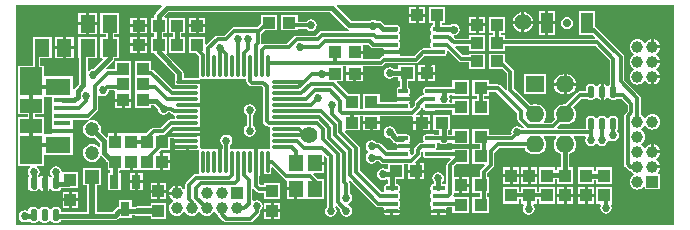
<source format=gtl>
G04 Layer_Physical_Order=1*
G04 Layer_Color=255*
%FSLAX23Y23*%
%MOIN*%
G70*
G01*
G75*
%ADD10R,0.039X0.043*%
%ADD11R,0.043X0.039*%
%ADD12R,0.051X0.059*%
%ADD13R,0.047X0.055*%
G04:AMPARAMS|DCode=14|XSize=12mil|YSize=71mil|CornerRadius=3mil|HoleSize=0mil|Usage=FLASHONLY|Rotation=90.000|XOffset=0mil|YOffset=0mil|HoleType=Round|Shape=RoundedRectangle|*
%AMROUNDEDRECTD14*
21,1,0.012,0.065,0,0,90.0*
21,1,0.006,0.071,0,0,90.0*
1,1,0.006,0.032,0.003*
1,1,0.006,0.032,-0.003*
1,1,0.006,-0.032,-0.003*
1,1,0.006,-0.032,0.003*
%
%ADD14ROUNDEDRECTD14*%
G04:AMPARAMS|DCode=15|XSize=12mil|YSize=71mil|CornerRadius=3mil|HoleSize=0mil|Usage=FLASHONLY|Rotation=0.000|XOffset=0mil|YOffset=0mil|HoleType=Round|Shape=RoundedRectangle|*
%AMROUNDEDRECTD15*
21,1,0.012,0.065,0,0,0.0*
21,1,0.006,0.071,0,0,0.0*
1,1,0.006,0.003,-0.032*
1,1,0.006,-0.003,-0.032*
1,1,0.006,-0.003,0.032*
1,1,0.006,0.003,0.032*
%
%ADD15ROUNDEDRECTD15*%
%ADD16R,0.039X0.067*%
G04:AMPARAMS|DCode=17|XSize=39mil|YSize=22mil|CornerRadius=5mil|HoleSize=0mil|Usage=FLASHONLY|Rotation=270.000|XOffset=0mil|YOffset=0mil|HoleType=Round|Shape=RoundedRectangle|*
%AMROUNDEDRECTD17*
21,1,0.039,0.011,0,0,270.0*
21,1,0.029,0.022,0,0,270.0*
1,1,0.011,-0.005,-0.014*
1,1,0.011,-0.005,0.014*
1,1,0.011,0.005,0.014*
1,1,0.011,0.005,-0.014*
%
%ADD17ROUNDEDRECTD17*%
%ADD18R,0.031X0.047*%
G04:AMPARAMS|DCode=19|XSize=16mil|YSize=41mil|CornerRadius=4mil|HoleSize=0mil|Usage=FLASHONLY|Rotation=90.000|XOffset=0mil|YOffset=0mil|HoleType=Round|Shape=RoundedRectangle|*
%AMROUNDEDRECTD19*
21,1,0.016,0.033,0,0,90.0*
21,1,0.008,0.041,0,0,90.0*
1,1,0.008,0.017,0.004*
1,1,0.008,0.017,-0.004*
1,1,0.008,-0.017,-0.004*
1,1,0.008,-0.017,0.004*
%
%ADD19ROUNDEDRECTD19*%
G04:AMPARAMS|DCode=20|XSize=16mil|YSize=33mil|CornerRadius=4mil|HoleSize=0mil|Usage=FLASHONLY|Rotation=90.000|XOffset=0mil|YOffset=0mil|HoleType=Round|Shape=RoundedRectangle|*
%AMROUNDEDRECTD20*
21,1,0.016,0.026,0,0,90.0*
21,1,0.008,0.033,0,0,90.0*
1,1,0.008,0.013,0.004*
1,1,0.008,0.013,-0.004*
1,1,0.008,-0.013,-0.004*
1,1,0.008,-0.013,0.004*
%
%ADD20ROUNDEDRECTD20*%
%ADD21R,0.083X0.058*%
%ADD22R,0.054X0.018*%
%ADD23R,0.075X0.046*%
%ADD24R,0.075X0.094*%
%ADD25C,0.016*%
%ADD26C,0.020*%
%ADD27C,0.012*%
%ADD28C,0.014*%
%ADD29C,0.008*%
%ADD30R,0.055X0.031*%
%ADD31R,0.016X0.039*%
%ADD32C,0.055*%
%ADD33C,0.047*%
%ADD34R,0.047X0.047*%
%ADD35O,0.062X0.055*%
%ADD36R,0.062X0.055*%
%ADD37C,0.039*%
%ADD38R,0.039X0.039*%
%ADD39R,0.039X0.039*%
%ADD40C,0.028*%
%ADD41C,0.027*%
%ADD42C,0.031*%
G36*
X2352Y850D02*
X161D01*
Y1582D01*
X644D01*
X646Y1577D01*
X625Y1556D01*
X622Y1552D01*
X621Y1546D01*
Y1539D01*
X608D01*
Y1487D01*
X621D01*
Y1475D01*
X608D01*
Y1423D01*
X621D01*
X622Y1418D01*
X625Y1414D01*
X690Y1349D01*
Y1333D01*
X690Y1333D01*
X689Y1329D01*
Y1323D01*
X690Y1320D01*
X691Y1316D01*
X690Y1313D01*
X689Y1312D01*
X731D01*
Y1302D01*
X687D01*
X687Y1301D01*
X681Y1301D01*
X618Y1364D01*
X614Y1366D01*
X611Y1367D01*
Y1395D01*
X556D01*
Y1348D01*
X556Y1343D01*
X556D01*
Y1343D01*
X556Y1343D01*
Y1291D01*
X556D01*
Y1291D01*
X556D01*
Y1239D01*
X611D01*
Y1249D01*
X619D01*
X632Y1236D01*
X634Y1228D01*
X638Y1222D01*
X644Y1218D01*
X652Y1216D01*
X660Y1218D01*
X666Y1222D01*
X667Y1224D01*
X672Y1224D01*
X677Y1219D01*
X677Y1219D01*
X681Y1217D01*
X685Y1216D01*
X685Y1216D01*
X689Y1211D01*
Y1205D01*
X685Y1201D01*
X675D01*
X671Y1200D01*
X667Y1197D01*
X667Y1197D01*
X643Y1173D01*
X618D01*
X618Y1173D01*
X613Y1172D01*
X609Y1170D01*
X609Y1170D01*
X594Y1154D01*
X569D01*
Y1154D01*
X569Y1154D01*
X569Y1154D01*
X522D01*
X517Y1154D01*
X512Y1154D01*
X496D01*
Y1126D01*
X486D01*
Y1154D01*
X465D01*
Y1143D01*
X460Y1140D01*
X442Y1159D01*
X442Y1160D01*
X443Y1168D01*
X442Y1175D01*
X439Y1183D01*
X434Y1189D01*
X428Y1194D01*
X421Y1197D01*
X413Y1198D01*
X405Y1197D01*
X398Y1194D01*
X392Y1189D01*
X387Y1183D01*
X384Y1175D01*
X383Y1168D01*
X384Y1160D01*
X387Y1153D01*
X392Y1147D01*
X398Y1142D01*
X405Y1139D01*
X413Y1138D01*
X421Y1139D01*
X422Y1139D01*
X440Y1121D01*
Y1111D01*
X435Y1109D01*
X434Y1110D01*
X428Y1115D01*
X421Y1118D01*
X413Y1119D01*
X405Y1118D01*
X398Y1115D01*
X392Y1110D01*
X387Y1104D01*
X384Y1097D01*
X383Y1089D01*
X384Y1081D01*
X387Y1074D01*
X392Y1068D01*
X398Y1063D01*
X405Y1060D01*
X413Y1059D01*
X421Y1060D01*
X428Y1063D01*
X434Y1068D01*
X439Y1074D01*
X440Y1076D01*
X441Y1077D01*
X446Y1077D01*
X460Y1063D01*
X464Y1060D01*
X465Y1060D01*
Y1032D01*
X473D01*
Y1023D01*
X465D01*
Y964D01*
X508D01*
Y1023D01*
X502D01*
Y1028D01*
X505Y1032D01*
X517Y1032D01*
X522Y1032D01*
X538D01*
Y1060D01*
X548D01*
Y1032D01*
X564D01*
X569Y1032D01*
X574Y1032D01*
X641D01*
Y1060D01*
Y1087D01*
X639D01*
X637Y1092D01*
X644Y1099D01*
X672D01*
Y1137D01*
X685D01*
X687Y1134D01*
X731D01*
Y1124D01*
X689D01*
X690Y1123D01*
X691Y1120D01*
X690Y1116D01*
X689Y1115D01*
X731D01*
Y1110D01*
X736D01*
Y1098D01*
X763D01*
X766Y1098D01*
X769Y1097D01*
X770Y1094D01*
X770Y1091D01*
Y1026D01*
X770Y1023D01*
X770Y1022D01*
X767Y1018D01*
X760D01*
X755Y1017D01*
X751Y1015D01*
X751Y1015D01*
X726Y990D01*
X724Y986D01*
X723Y981D01*
X723Y981D01*
Y968D01*
X718Y967D01*
X717Y968D01*
X713Y973D01*
X708Y977D01*
X702Y980D01*
X700Y980D01*
Y955D01*
X695D01*
Y950D01*
X670D01*
X670Y948D01*
X673Y942D01*
X677Y937D01*
X682Y933D01*
X682Y930D01*
Y930D01*
X682Y927D01*
X677Y923D01*
X673Y918D01*
X670Y912D01*
X669Y905D01*
X670Y898D01*
X673Y892D01*
X677Y887D01*
X682Y883D01*
X688Y880D01*
X695Y879D01*
X702Y880D01*
X708Y883D01*
X713Y887D01*
X717Y892D01*
X720Y892D01*
X720D01*
X723Y892D01*
X727Y887D01*
X732Y883D01*
X738Y880D01*
X745Y879D01*
X752Y880D01*
X758Y883D01*
X763Y887D01*
X767Y892D01*
X770Y892D01*
X770D01*
X773Y892D01*
X777Y887D01*
X782Y883D01*
X788Y880D01*
X795Y879D01*
X802Y880D01*
X808Y883D01*
X813Y887D01*
X817Y892D01*
X820Y892D01*
X820D01*
X823Y892D01*
X827Y887D01*
X832Y883D01*
X833Y882D01*
X834Y880D01*
X836Y876D01*
X851Y861D01*
X855Y859D01*
X860Y858D01*
X860Y858D01*
X940D01*
X940Y858D01*
X945Y859D01*
X949Y861D01*
X971Y883D01*
X973Y887D01*
X974Y892D01*
X974Y892D01*
Y897D01*
X976Y898D01*
X980Y904D01*
X982Y912D01*
X980Y920D01*
X976Y926D01*
X970Y930D01*
X962Y932D01*
X954Y930D01*
X952Y929D01*
X947Y932D01*
Y967D01*
X952Y969D01*
X962Y960D01*
X966Y957D01*
X970Y956D01*
X970Y956D01*
X987D01*
Y935D01*
X1039D01*
Y990D01*
X987D01*
Y981D01*
X975D01*
X971Y985D01*
Y1013D01*
X974Y1015D01*
Y1059D01*
X984D01*
Y1017D01*
X985Y1018D01*
X988Y1019D01*
X992Y1018D01*
X995Y1017D01*
X1001D01*
X1005Y1018D01*
X1008Y1020D01*
X1010Y1023D01*
X1010Y1026D01*
Y1039D01*
X1015Y1041D01*
X1053Y1003D01*
X1057Y1001D01*
X1061Y1000D01*
X1063Y995D01*
Y974D01*
X1092D01*
Y969D01*
X1097D01*
Y935D01*
X1122D01*
Y935D01*
X1126D01*
Y935D01*
X1185D01*
Y1002D01*
X1165D01*
X1164Y1003D01*
X1164Y1003D01*
X1151Y1017D01*
X1153Y1022D01*
X1185D01*
Y1050D01*
X1155D01*
Y1060D01*
X1185D01*
Y1078D01*
X1189Y1080D01*
X1197Y1073D01*
Y910D01*
X1195Y909D01*
X1191Y903D01*
X1189Y895D01*
X1191Y887D01*
X1195Y881D01*
X1201Y877D01*
X1209Y875D01*
X1217Y877D01*
X1223Y881D01*
X1227Y887D01*
X1229Y895D01*
X1227Y903D01*
X1224Y908D01*
X1228Y911D01*
X1241Y898D01*
X1240Y896D01*
X1242Y888D01*
X1246Y882D01*
X1252Y878D01*
X1260Y876D01*
X1268Y878D01*
X1274Y882D01*
X1278Y888D01*
X1280Y896D01*
X1278Y904D01*
X1274Y910D01*
X1268Y914D01*
X1265Y915D01*
Y920D01*
X1269Y921D01*
X1275Y925D01*
X1279Y931D01*
X1281Y939D01*
X1279Y947D01*
X1275Y953D01*
X1273Y954D01*
Y984D01*
X1272Y989D01*
X1270Y993D01*
X1270Y993D01*
X1268Y994D01*
X1268Y994D01*
X1274Y996D01*
X1358Y912D01*
X1358Y912D01*
X1362Y909D01*
X1367Y908D01*
X1367Y908D01*
X1384D01*
X1387Y903D01*
X1386Y902D01*
X1386Y900D01*
X1439D01*
X1438Y902D01*
X1436Y906D01*
Y909D01*
X1438Y912D01*
X1439Y916D01*
Y924D01*
X1438Y928D01*
X1436Y931D01*
Y935D01*
X1438Y938D01*
X1439Y942D01*
Y950D01*
X1438Y954D01*
X1437Y955D01*
X1437Y959D01*
X1437Y962D01*
X1438Y964D01*
X1439Y967D01*
Y975D01*
X1438Y979D01*
X1436Y982D01*
X1433Y985D01*
X1429Y985D01*
X1426D01*
Y1002D01*
X1454D01*
Y1051D01*
X1466D01*
Y1033D01*
X1521D01*
Y1054D01*
X1492D01*
X1490Y1059D01*
X1506Y1075D01*
X1506Y1075D01*
X1509Y1079D01*
X1510Y1084D01*
Y1091D01*
X1514Y1094D01*
X1516Y1090D01*
X1516Y1089D01*
Y1081D01*
X1517Y1078D01*
X1519Y1074D01*
X1523Y1072D01*
X1526Y1071D01*
X1552D01*
X1556Y1072D01*
X1557Y1073D01*
X1607D01*
X1609Y1068D01*
X1597Y1056D01*
X1595Y1052D01*
X1594Y1047D01*
X1594Y1047D01*
Y987D01*
X1589Y984D01*
X1588Y985D01*
X1584Y985D01*
X1581D01*
Y991D01*
X1585Y997D01*
X1587Y1005D01*
X1585Y1013D01*
X1581Y1019D01*
X1575Y1023D01*
X1567Y1025D01*
X1559Y1023D01*
X1553Y1019D01*
X1549Y1013D01*
X1547Y1005D01*
X1549Y997D01*
X1553Y991D01*
Y985D01*
X1551D01*
X1547Y985D01*
X1544Y982D01*
X1542Y979D01*
X1541Y975D01*
Y967D01*
X1542Y964D01*
X1544Y960D01*
Y957D01*
X1542Y954D01*
X1541Y950D01*
Y942D01*
X1542Y938D01*
X1544Y935D01*
Y931D01*
X1542Y928D01*
X1541Y924D01*
Y916D01*
X1542Y912D01*
X1543Y911D01*
X1543Y907D01*
X1543Y904D01*
X1542Y902D01*
X1541Y900D01*
X1594D01*
X1594Y902D01*
X1593Y903D01*
X1596Y908D01*
X1614D01*
Y890D01*
X1669D01*
Y942D01*
X1620D01*
X1617Y947D01*
X1617Y947D01*
X1618Y952D01*
X1621Y955D01*
X1637D01*
Y981D01*
Y1007D01*
X1618D01*
Y1042D01*
X1627Y1051D01*
X1669D01*
Y1103D01*
X1614D01*
Y1097D01*
X1564D01*
X1561Y1102D01*
X1561Y1103D01*
X1562Y1107D01*
Y1115D01*
X1562Y1118D01*
X1562Y1119D01*
X1564Y1123D01*
X1570D01*
X1571Y1122D01*
X1577Y1118D01*
X1585Y1117D01*
X1593Y1118D01*
X1599Y1122D01*
X1600Y1123D01*
X1614D01*
Y1117D01*
X1669D01*
Y1169D01*
X1614D01*
Y1150D01*
X1600D01*
X1599Y1150D01*
Y1164D01*
X1606D01*
Y1216D01*
X1551D01*
Y1164D01*
X1571D01*
Y1150D01*
X1570Y1150D01*
X1556D01*
X1556Y1150D01*
X1552Y1151D01*
X1526D01*
X1523Y1150D01*
X1519Y1148D01*
X1517Y1144D01*
X1516Y1141D01*
Y1133D01*
X1517Y1129D01*
X1518Y1128D01*
X1515Y1123D01*
X1509D01*
X1509Y1123D01*
X1504Y1122D01*
X1500Y1119D01*
X1489Y1108D01*
X1486Y1104D01*
X1486Y1100D01*
X1486Y1100D01*
Y1089D01*
X1479Y1082D01*
X1474Y1084D01*
Y1089D01*
X1473Y1093D01*
X1471Y1097D01*
Y1100D01*
X1473Y1103D01*
X1473Y1106D01*
X1428D01*
X1429Y1103D01*
X1429Y1102D01*
X1426Y1097D01*
X1398D01*
X1376Y1120D01*
X1372Y1122D01*
X1367Y1123D01*
X1367Y1123D01*
X1360D01*
X1359Y1125D01*
X1353Y1129D01*
X1345Y1131D01*
X1337Y1129D01*
X1331Y1125D01*
X1327Y1119D01*
X1325Y1111D01*
X1327Y1103D01*
X1331Y1097D01*
X1334Y1095D01*
Y1089D01*
X1331Y1087D01*
X1327Y1081D01*
X1325Y1073D01*
X1327Y1065D01*
X1331Y1059D01*
X1337Y1055D01*
X1345Y1053D01*
X1353Y1055D01*
X1359Y1059D01*
X1360Y1061D01*
X1368D01*
X1374Y1054D01*
X1374Y1054D01*
X1378Y1052D01*
X1383Y1051D01*
X1399D01*
Y1036D01*
X1394Y1034D01*
X1390Y1036D01*
X1382Y1038D01*
X1374Y1036D01*
X1368Y1032D01*
X1364Y1026D01*
X1362Y1018D01*
X1364Y1010D01*
X1368Y1004D01*
X1374Y1000D01*
X1382Y998D01*
X1390Y1000D01*
X1393Y1002D01*
X1398Y999D01*
Y985D01*
X1396D01*
X1392Y985D01*
X1388Y982D01*
X1386Y979D01*
X1385Y975D01*
Y967D01*
X1386Y964D01*
X1387Y963D01*
X1384Y958D01*
X1378D01*
X1306Y1030D01*
Y1104D01*
X1305Y1109D01*
X1303Y1113D01*
X1303Y1113D01*
X1256Y1159D01*
X1258Y1164D01*
X1305D01*
Y1211D01*
X1317D01*
Y1195D01*
X1372D01*
Y1211D01*
X1480D01*
X1480Y1211D01*
X1480Y1211D01*
X1484Y1208D01*
Y1195D01*
X1507D01*
Y1216D01*
X1496D01*
X1494Y1220D01*
X1509Y1235D01*
X1509Y1235D01*
X1511Y1238D01*
X1511Y1240D01*
X1516Y1240D01*
X1517Y1236D01*
X1519Y1233D01*
X1523Y1231D01*
X1526Y1230D01*
X1552D01*
X1556Y1231D01*
X1558Y1232D01*
X1614D01*
Y1215D01*
X1669D01*
Y1267D01*
X1614D01*
Y1256D01*
X1605D01*
X1602Y1261D01*
X1603Y1262D01*
X1605Y1270D01*
X1603Y1277D01*
X1604Y1278D01*
X1606Y1282D01*
X1614D01*
Y1280D01*
X1669D01*
Y1332D01*
X1614D01*
Y1308D01*
X1556D01*
X1556Y1309D01*
X1552Y1309D01*
X1526D01*
X1523Y1309D01*
X1519Y1306D01*
X1517Y1303D01*
X1516Y1299D01*
Y1291D01*
X1517Y1287D01*
X1518Y1287D01*
X1518Y1286D01*
X1515Y1281D01*
X1513Y1281D01*
X1509Y1278D01*
X1509Y1278D01*
X1491Y1261D01*
X1489Y1257D01*
X1488Y1252D01*
X1488Y1252D01*
Y1248D01*
X1478Y1239D01*
X1476Y1240D01*
X1474Y1241D01*
Y1248D01*
X1473Y1252D01*
X1471Y1255D01*
Y1259D01*
X1473Y1262D01*
X1473Y1265D01*
X1428D01*
X1428Y1262D01*
X1428Y1262D01*
X1426Y1257D01*
X1372D01*
Y1284D01*
X1317D01*
Y1235D01*
X1305D01*
Y1284D01*
X1268D01*
X1229Y1323D01*
X1231Y1327D01*
X1249D01*
Y1377D01*
X1261D01*
Y1358D01*
X1316D01*
Y1377D01*
X1375D01*
X1375Y1377D01*
X1380Y1378D01*
X1384Y1381D01*
X1390Y1388D01*
X1492D01*
X1492Y1388D01*
X1497Y1389D01*
X1501Y1391D01*
X1522Y1412D01*
X1545D01*
X1547Y1411D01*
X1551Y1411D01*
X1584D01*
X1588Y1411D01*
X1592Y1414D01*
X1594Y1417D01*
X1595Y1421D01*
Y1428D01*
X1596Y1429D01*
X1599Y1431D01*
X1635Y1394D01*
X1635Y1394D01*
X1639Y1392D01*
X1644Y1391D01*
X1669D01*
Y1368D01*
X1724D01*
Y1420D01*
X1669D01*
Y1415D01*
X1649D01*
X1623Y1441D01*
X1625Y1446D01*
X1669D01*
Y1429D01*
X1724D01*
Y1481D01*
X1669D01*
Y1470D01*
X1624D01*
X1619Y1475D01*
X1621Y1481D01*
X1626Y1482D01*
X1632Y1486D01*
X1636Y1492D01*
X1638Y1500D01*
X1636Y1508D01*
X1632Y1514D01*
X1626Y1518D01*
X1618Y1520D01*
X1610Y1518D01*
X1606Y1516D01*
X1578D01*
Y1522D01*
X1591D01*
Y1574D01*
X1536D01*
Y1522D01*
X1550D01*
Y1515D01*
X1547Y1515D01*
X1544Y1512D01*
X1542Y1509D01*
X1541Y1505D01*
Y1497D01*
X1542Y1494D01*
X1544Y1490D01*
Y1487D01*
X1542Y1484D01*
X1541Y1480D01*
Y1472D01*
X1542Y1468D01*
X1544Y1465D01*
Y1461D01*
X1542Y1458D01*
X1541Y1454D01*
Y1446D01*
X1542Y1442D01*
X1542Y1442D01*
X1539Y1437D01*
X1517D01*
X1517Y1437D01*
X1512Y1436D01*
X1508Y1433D01*
X1487Y1412D01*
X1441D01*
X1438Y1417D01*
X1438Y1417D01*
X1439Y1420D01*
X1386D01*
X1386Y1417D01*
X1386Y1416D01*
X1384Y1412D01*
X1381Y1411D01*
X1377Y1409D01*
X1377Y1409D01*
X1370Y1402D01*
X1316D01*
Y1420D01*
X1288D01*
Y1430D01*
X1316D01*
Y1450D01*
X1334D01*
X1342Y1442D01*
X1342Y1442D01*
X1346Y1439D01*
X1351Y1438D01*
X1351Y1438D01*
X1384D01*
X1387Y1433D01*
X1386Y1432D01*
X1386Y1430D01*
X1439D01*
X1438Y1432D01*
X1436Y1436D01*
Y1439D01*
X1438Y1442D01*
X1439Y1446D01*
Y1454D01*
X1438Y1458D01*
X1436Y1461D01*
Y1465D01*
X1438Y1468D01*
X1439Y1472D01*
Y1480D01*
X1438Y1484D01*
X1436Y1487D01*
Y1490D01*
X1438Y1494D01*
X1439Y1497D01*
Y1505D01*
X1438Y1509D01*
X1436Y1512D01*
X1433Y1515D01*
X1429Y1515D01*
X1423D01*
X1423Y1516D01*
X1389D01*
X1381Y1524D01*
X1376Y1527D01*
X1371Y1528D01*
X1362D01*
X1358Y1531D01*
X1350Y1533D01*
X1342Y1531D01*
X1338Y1528D01*
X1277D01*
X1228Y1577D01*
X1230Y1582D01*
X2352D01*
Y850D01*
D02*
G37*
G36*
X927Y1330D02*
X927Y1330D01*
X928Y1325D01*
X931Y1321D01*
X937Y1314D01*
X937Y1314D01*
X941Y1312D01*
X946Y1311D01*
X978D01*
X983Y1306D01*
Y1195D01*
X983Y1195D01*
X984Y1190D01*
X986Y1186D01*
X993Y1180D01*
X993Y1180D01*
X997Y1177D01*
X1002Y1176D01*
X1005D01*
Y1103D01*
X964D01*
Y1059D01*
X954D01*
Y1103D01*
X873D01*
Y1115D01*
X875Y1116D01*
X879Y1122D01*
X880Y1130D01*
X879Y1138D01*
X875Y1144D01*
X868Y1148D01*
X860Y1150D01*
X853Y1148D01*
X846Y1144D01*
X842Y1138D01*
X841Y1130D01*
X842Y1122D01*
X846Y1116D01*
X848Y1115D01*
Y1103D01*
X846D01*
Y1059D01*
X836D01*
Y1103D01*
X775D01*
X772Y1107D01*
Y1113D01*
X772Y1113D01*
Y1126D01*
X772Y1126D01*
Y1132D01*
X772Y1133D01*
Y1144D01*
X731D01*
Y1154D01*
X772D01*
Y1164D01*
X731D01*
Y1174D01*
X772D01*
Y1185D01*
X772Y1186D01*
Y1191D01*
X772Y1192D01*
Y1205D01*
X772Y1205D01*
Y1211D01*
X772Y1212D01*
Y1224D01*
X772Y1225D01*
Y1231D01*
X772Y1231D01*
Y1243D01*
X731D01*
Y1253D01*
X772D01*
Y1264D01*
X772Y1264D01*
Y1270D01*
X772Y1271D01*
Y1283D01*
X772Y1284D01*
Y1290D01*
X772Y1290D01*
Y1303D01*
X772Y1304D01*
Y1310D01*
X772Y1310D01*
Y1321D01*
X731D01*
Y1331D01*
X772D01*
Y1335D01*
X927D01*
Y1330D01*
D02*
G37*
G36*
X1261Y1504D02*
X1266Y1501D01*
X1270Y1500D01*
X1269Y1495D01*
X1180D01*
X1180Y1495D01*
X1175Y1494D01*
X1171Y1492D01*
X1160Y1480D01*
X1096D01*
X1096Y1480D01*
X1091Y1479D01*
X1087Y1477D01*
X1087Y1477D01*
X1064Y1453D01*
X988D01*
X988Y1453D01*
X983Y1452D01*
X981Y1451D01*
X980Y1451D01*
X977Y1454D01*
X977Y1456D01*
X977Y1456D01*
Y1486D01*
X988Y1497D01*
X1031D01*
Y1549D01*
X976D01*
Y1519D01*
X964Y1508D01*
X886D01*
X882Y1507D01*
X878Y1504D01*
X878Y1504D01*
X854Y1480D01*
X832D01*
X832Y1480D01*
X827Y1479D01*
X823Y1477D01*
X823Y1477D01*
X796Y1449D01*
X791Y1451D01*
Y1475D01*
X736D01*
Y1423D01*
X758D01*
X770Y1411D01*
Y1377D01*
X770Y1377D01*
Y1345D01*
X770Y1342D01*
X768Y1340D01*
X767Y1340D01*
X767Y1339D01*
X766Y1338D01*
X731D01*
X730Y1338D01*
X718D01*
Y1355D01*
X717Y1360D01*
X714Y1365D01*
X660Y1419D01*
X662Y1423D01*
X663D01*
Y1475D01*
X650D01*
Y1487D01*
X663D01*
Y1539D01*
X655D01*
X653Y1544D01*
X668Y1559D01*
X1206D01*
X1261Y1504D01*
D02*
G37*
%LPC*%
G36*
X583Y1023D02*
X566D01*
Y998D01*
X583D01*
Y1023D01*
D02*
G37*
G36*
X1488Y1023D02*
X1466D01*
Y1002D01*
X1488D01*
Y1023D01*
D02*
G37*
G36*
X1805Y1041D02*
X1784D01*
Y1018D01*
X1805D01*
Y1041D01*
D02*
G37*
G36*
X292Y1045D02*
X285Y1043D01*
X278Y1039D01*
X274Y1033D01*
X273Y1025D01*
X274Y1017D01*
X278Y1011D01*
X278Y1011D01*
X276Y1008D01*
X270Y1008D01*
X269Y1011D01*
X265Y1013D01*
X260Y1014D01*
X260D01*
Y988D01*
Y962D01*
X260D01*
X265Y963D01*
X269Y966D01*
X271Y969D01*
X271Y969D01*
X276Y969D01*
X276Y969D01*
X279Y966D01*
X283Y963D01*
X287Y962D01*
X298D01*
X302Y963D01*
X306Y966D01*
X309Y969D01*
X309Y972D01*
X315D01*
Y971D01*
X367D01*
Y1026D01*
X315D01*
X311Y1029D01*
X311Y1033D01*
X306Y1039D01*
X300Y1043D01*
X292Y1045D01*
D02*
G37*
G36*
X1521Y1023D02*
X1498D01*
Y1002D01*
X1521D01*
Y1023D01*
D02*
G37*
G36*
X556Y1023D02*
X540D01*
Y998D01*
X556D01*
Y1023D01*
D02*
G37*
G36*
X1805Y1008D02*
X1784D01*
Y986D01*
X1805D01*
Y1008D01*
D02*
G37*
G36*
X660Y989D02*
X639D01*
Y966D01*
X660D01*
Y989D01*
D02*
G37*
G36*
X629D02*
X608D01*
Y966D01*
X629D01*
Y989D01*
D02*
G37*
G36*
X1836Y1008D02*
X1815D01*
Y986D01*
X1836D01*
Y1008D01*
D02*
G37*
G36*
X1669Y1007D02*
X1647D01*
Y986D01*
X1669D01*
Y1007D01*
D02*
G37*
G36*
X1896Y1008D02*
X1875D01*
Y986D01*
X1896D01*
Y1008D01*
D02*
G37*
G36*
X1865D02*
X1844D01*
Y986D01*
X1865D01*
Y1008D01*
D02*
G37*
G36*
X1339Y1185D02*
X1317D01*
Y1164D01*
X1339D01*
Y1185D01*
D02*
G37*
G36*
X938Y1252D02*
X930Y1250D01*
X924Y1246D01*
X920Y1240D01*
X918Y1232D01*
X920Y1224D01*
X924Y1218D01*
X928Y1215D01*
Y1180D01*
X924Y1177D01*
X920Y1171D01*
X918Y1163D01*
X920Y1155D01*
X924Y1149D01*
X930Y1145D01*
X938Y1143D01*
X946Y1145D01*
X952Y1149D01*
X956Y1155D01*
X958Y1163D01*
X956Y1171D01*
X952Y1177D01*
X948Y1180D01*
Y1215D01*
X952Y1218D01*
X956Y1224D01*
X958Y1232D01*
X956Y1240D01*
X952Y1246D01*
X946Y1250D01*
X938Y1252D01*
D02*
G37*
G36*
X1405Y1178D02*
X1397Y1176D01*
X1391Y1172D01*
X1387Y1166D01*
X1385Y1158D01*
X1387Y1150D01*
X1391Y1144D01*
X1397Y1140D01*
X1405Y1138D01*
X1417Y1126D01*
X1421Y1123D01*
X1425Y1123D01*
X1426Y1121D01*
X1428Y1119D01*
X1428Y1117D01*
X1428Y1116D01*
X1473D01*
X1473Y1119D01*
X1472Y1120D01*
X1471Y1124D01*
X1472Y1127D01*
X1473Y1129D01*
X1474Y1133D01*
Y1141D01*
X1473Y1144D01*
X1471Y1148D01*
X1467Y1150D01*
X1464Y1151D01*
X1438D01*
X1437Y1151D01*
X1432D01*
X1425Y1158D01*
X1423Y1166D01*
X1419Y1172D01*
X1413Y1176D01*
X1405Y1178D01*
D02*
G37*
G36*
X1372Y1185D02*
X1349D01*
Y1164D01*
X1372D01*
Y1185D01*
D02*
G37*
G36*
X1539Y1216D02*
X1517D01*
Y1195D01*
X1539D01*
Y1216D01*
D02*
G37*
G36*
Y1185D02*
X1517D01*
Y1164D01*
X1539D01*
Y1185D01*
D02*
G37*
G36*
X1507D02*
X1484D01*
Y1164D01*
X1507D01*
Y1185D01*
D02*
G37*
G36*
X726Y1105D02*
X689D01*
X690Y1103D01*
X692Y1100D01*
X695Y1098D01*
X698Y1098D01*
X726D01*
Y1105D01*
D02*
G37*
G36*
X1896Y1041D02*
X1875D01*
Y1018D01*
X1896D01*
Y1041D01*
D02*
G37*
G36*
X1865D02*
X1844D01*
Y1018D01*
X1865D01*
Y1041D01*
D02*
G37*
G36*
X1836Y1041D02*
X1815D01*
Y1018D01*
X1836D01*
Y1041D01*
D02*
G37*
G36*
X2146Y1041D02*
X2094D01*
Y1028D01*
X2086D01*
Y1041D01*
X2034D01*
Y986D01*
X2086D01*
Y999D01*
X2094D01*
Y986D01*
X2146D01*
Y1041D01*
D02*
G37*
G36*
X2286Y1118D02*
Y1097D01*
X2306D01*
X2306Y1099D01*
X2303Y1105D01*
X2299Y1111D01*
X2294Y1115D01*
X2287Y1117D01*
X2286Y1118D01*
D02*
G37*
G36*
X672Y1087D02*
X651D01*
Y1065D01*
X672D01*
Y1087D01*
D02*
G37*
G36*
Y1055D02*
X651D01*
Y1032D01*
X672D01*
Y1055D01*
D02*
G37*
G36*
X336Y927D02*
X315D01*
Y904D01*
X336D01*
Y927D01*
D02*
G37*
G36*
X1039Y923D02*
X1018D01*
Y901D01*
X1039D01*
Y923D01*
D02*
G37*
G36*
X1008D02*
X987D01*
Y901D01*
X1008D01*
Y923D01*
D02*
G37*
G36*
X367Y927D02*
X346D01*
Y904D01*
X367D01*
Y927D01*
D02*
G37*
G36*
X1985Y942D02*
X1964D01*
Y919D01*
X1985D01*
Y942D01*
D02*
G37*
G36*
X2086Y942D02*
X2065D01*
Y919D01*
X2086D01*
Y942D01*
D02*
G37*
G36*
X2055D02*
X2034D01*
Y919D01*
X2055D01*
Y942D01*
D02*
G37*
G36*
X443Y1040D02*
X383D01*
Y981D01*
X397D01*
Y893D01*
X309D01*
Y896D01*
X309Y901D01*
X306Y904D01*
X302Y907D01*
X298Y908D01*
X287D01*
X283Y907D01*
X279Y904D01*
X276Y901D01*
X276Y901D01*
X271Y901D01*
X271Y901D01*
X269Y904D01*
X265Y907D01*
X260Y908D01*
X250D01*
X245Y907D01*
X241Y904D01*
X239Y901D01*
X239Y901D01*
X234D01*
X234Y901D01*
X231Y904D01*
X227Y907D01*
X223Y908D01*
X212D01*
X208Y907D01*
X204Y904D01*
X201Y901D01*
X201Y899D01*
X196Y896D01*
X196Y896D01*
X188Y898D01*
X180Y896D01*
X174Y892D01*
X170Y886D01*
X168Y878D01*
X170Y870D01*
X174Y864D01*
X180Y860D01*
X188Y858D01*
X196Y860D01*
X201Y863D01*
X201Y863D01*
X204Y859D01*
X208Y857D01*
X212Y856D01*
X223D01*
X227Y857D01*
X231Y859D01*
X234Y863D01*
X234Y863D01*
X239D01*
X239Y863D01*
X241Y859D01*
X245Y857D01*
X250Y856D01*
X260D01*
X265Y857D01*
X269Y859D01*
X271Y863D01*
X271Y863D01*
X276Y863D01*
X276Y863D01*
X279Y859D01*
X283Y857D01*
X287Y856D01*
X298D01*
X302Y857D01*
X306Y859D01*
X309Y863D01*
X309Y865D01*
X488D01*
X494Y866D01*
X498Y869D01*
X502Y873D01*
X546D01*
Y881D01*
X557D01*
X558Y880D01*
X564Y879D01*
X608D01*
Y867D01*
X660D01*
Y922D01*
X608D01*
Y911D01*
X564D01*
X558Y910D01*
X557Y909D01*
X546D01*
Y932D01*
X502D01*
Y909D01*
X499Y908D01*
X494Y905D01*
X482Y893D01*
X429D01*
Y981D01*
X443D01*
Y1040D01*
D02*
G37*
G36*
X1407Y890D02*
X1386D01*
X1386Y887D01*
X1388Y884D01*
X1392Y881D01*
X1396Y881D01*
X1407D01*
Y890D01*
D02*
G37*
G36*
X1039Y891D02*
X1018D01*
Y868D01*
X1039D01*
Y891D01*
D02*
G37*
G36*
X1008D02*
X987D01*
Y868D01*
X1008D01*
Y891D01*
D02*
G37*
G36*
X1439Y890D02*
X1417D01*
Y881D01*
X1429D01*
X1433Y881D01*
X1436Y884D01*
X1438Y887D01*
X1439Y890D01*
D02*
G37*
G36*
X2146Y974D02*
X2094D01*
Y919D01*
X2107D01*
X2109Y914D01*
X2108Y913D01*
X2106Y905D01*
X2108Y897D01*
X2112Y891D01*
X2118Y887D01*
X2126Y885D01*
X2134Y887D01*
X2140Y891D01*
X2144Y897D01*
X2146Y905D01*
X2144Y913D01*
X2143Y914D01*
X2145Y919D01*
X2146D01*
Y974D01*
D02*
G37*
G36*
X1594Y890D02*
X1573D01*
Y881D01*
X1584D01*
X1588Y881D01*
X1592Y884D01*
X1594Y887D01*
X1594Y890D01*
D02*
G37*
G36*
X1563D02*
X1541D01*
X1542Y887D01*
X1544Y884D01*
X1547Y881D01*
X1551Y881D01*
X1563D01*
Y890D01*
D02*
G37*
G36*
X1669Y976D02*
X1647D01*
Y955D01*
X1669D01*
Y976D01*
D02*
G37*
G36*
X2016Y974D02*
X1995D01*
Y952D01*
X2016D01*
Y974D01*
D02*
G37*
G36*
X1985D02*
X1964D01*
Y952D01*
X1985D01*
Y974D01*
D02*
G37*
G36*
X1956Y974D02*
X1904D01*
Y959D01*
X1896D01*
Y974D01*
X1844D01*
Y959D01*
X1836D01*
Y974D01*
X1784D01*
Y919D01*
X1836D01*
Y934D01*
X1844D01*
Y919D01*
X1849D01*
X1852Y914D01*
X1850Y911D01*
X1848Y903D01*
X1850Y895D01*
X1854Y889D01*
X1860Y885D01*
X1868Y883D01*
X1876Y885D01*
X1882Y889D01*
X1886Y895D01*
X1888Y903D01*
X1886Y911D01*
X1884Y914D01*
X1887Y919D01*
X1896D01*
Y934D01*
X1904D01*
Y919D01*
X1956D01*
Y974D01*
D02*
G37*
G36*
X583Y988D02*
X566D01*
Y964D01*
X583D01*
Y988D01*
D02*
G37*
G36*
X556D02*
X540D01*
Y964D01*
X556D01*
Y988D01*
D02*
G37*
G36*
X690Y980D02*
X688Y980D01*
X682Y977D01*
X677Y973D01*
X673Y968D01*
X670Y962D01*
X670Y960D01*
X690D01*
Y980D01*
D02*
G37*
G36*
X2086Y974D02*
X2065D01*
Y952D01*
X2086D01*
Y974D01*
D02*
G37*
G36*
X660Y956D02*
X639D01*
Y934D01*
X660D01*
Y956D01*
D02*
G37*
G36*
X629D02*
X608D01*
Y934D01*
X629D01*
Y956D01*
D02*
G37*
G36*
X2016Y942D02*
X1995D01*
Y919D01*
X2016D01*
Y942D01*
D02*
G37*
G36*
X1087Y964D02*
X1063D01*
Y935D01*
X1087D01*
Y964D01*
D02*
G37*
G36*
X2055Y974D02*
X2034D01*
Y952D01*
X2055D01*
Y974D01*
D02*
G37*
G36*
X367Y959D02*
X346D01*
Y937D01*
X367D01*
Y959D01*
D02*
G37*
G36*
X336D02*
X315D01*
Y937D01*
X336D01*
Y959D01*
D02*
G37*
G36*
X1844Y1519D02*
X1816D01*
X1816Y1515D01*
X1820Y1507D01*
X1825Y1500D01*
X1832Y1495D01*
X1840Y1491D01*
X1844Y1491D01*
Y1519D01*
D02*
G37*
G36*
X1724Y1511D02*
X1702D01*
Y1490D01*
X1724D01*
Y1511D01*
D02*
G37*
G36*
X1692D02*
X1669D01*
Y1490D01*
X1692D01*
Y1511D01*
D02*
G37*
G36*
X1882Y1519D02*
X1854D01*
Y1491D01*
X1858Y1491D01*
X1866Y1495D01*
X1873Y1500D01*
X1878Y1507D01*
X1882Y1515D01*
X1882Y1519D01*
D02*
G37*
G36*
X564Y1539D02*
X541D01*
Y1518D01*
X564D01*
Y1539D01*
D02*
G37*
G36*
X1996Y1542D02*
X1988Y1541D01*
X1982Y1536D01*
X1977Y1530D01*
X1976Y1522D01*
X1977Y1514D01*
X1982Y1508D01*
X1988Y1503D01*
X1996Y1502D01*
X2004Y1503D01*
X2010Y1508D01*
X2015Y1514D01*
X2016Y1522D01*
X2015Y1530D01*
X2010Y1536D01*
X2004Y1541D01*
X1996Y1542D01*
D02*
G37*
G36*
X1098Y1549D02*
X1043D01*
Y1497D01*
X1098D01*
Y1502D01*
X1128D01*
X1129Y1500D01*
X1135Y1496D01*
X1143Y1494D01*
X1151Y1496D01*
X1157Y1500D01*
X1161Y1506D01*
X1163Y1514D01*
X1161Y1522D01*
X1157Y1528D01*
X1151Y1532D01*
X1143Y1534D01*
X1135Y1532D01*
X1129Y1528D01*
X1128Y1526D01*
X1098D01*
Y1549D01*
D02*
G37*
G36*
X429Y1515D02*
X403D01*
Y1485D01*
X429D01*
Y1515D01*
D02*
G37*
G36*
X393D02*
X366D01*
Y1485D01*
X393D01*
Y1515D01*
D02*
G37*
G36*
X1955Y1517D02*
X1934D01*
Y1483D01*
X1955D01*
Y1517D01*
D02*
G37*
G36*
X564Y1508D02*
X541D01*
Y1487D01*
X564D01*
Y1508D01*
D02*
G37*
G36*
X791D02*
X769D01*
Y1487D01*
X791D01*
Y1508D01*
D02*
G37*
G36*
X759D02*
X736D01*
Y1487D01*
X759D01*
Y1508D01*
D02*
G37*
G36*
X596D02*
X574D01*
Y1487D01*
X596D01*
Y1508D01*
D02*
G37*
G36*
Y1539D02*
X574D01*
Y1518D01*
X596D01*
Y1539D01*
D02*
G37*
G36*
X1955Y1561D02*
X1934D01*
Y1527D01*
X1955D01*
Y1561D01*
D02*
G37*
G36*
X1924D02*
X1903D01*
Y1527D01*
X1924D01*
Y1561D01*
D02*
G37*
G36*
X429Y1556D02*
X403D01*
Y1525D01*
X429D01*
Y1556D01*
D02*
G37*
G36*
X1844Y1557D02*
X1840Y1557D01*
X1832Y1553D01*
X1825Y1548D01*
X1820Y1541D01*
X1816Y1533D01*
X1816Y1529D01*
X1844D01*
Y1557D01*
D02*
G37*
G36*
X1524Y1574D02*
X1502D01*
Y1553D01*
X1524D01*
Y1574D01*
D02*
G37*
G36*
X1492D02*
X1469D01*
Y1553D01*
X1492D01*
Y1574D01*
D02*
G37*
G36*
X1854Y1557D02*
Y1529D01*
X1882D01*
X1882Y1533D01*
X1878Y1541D01*
X1873Y1548D01*
X1866Y1553D01*
X1858Y1557D01*
X1854Y1557D01*
D02*
G37*
G36*
X1692Y1542D02*
X1669D01*
Y1521D01*
X1692D01*
Y1542D01*
D02*
G37*
G36*
X791Y1539D02*
X769D01*
Y1518D01*
X791D01*
Y1539D01*
D02*
G37*
G36*
X759D02*
X736D01*
Y1518D01*
X759D01*
Y1539D01*
D02*
G37*
G36*
X1724Y1542D02*
X1702D01*
Y1521D01*
X1724D01*
Y1542D01*
D02*
G37*
G36*
X393Y1556D02*
X366D01*
Y1525D01*
X393D01*
Y1556D01*
D02*
G37*
G36*
X1524Y1543D02*
X1502D01*
Y1522D01*
X1524D01*
Y1543D01*
D02*
G37*
G36*
X1492D02*
X1469D01*
Y1522D01*
X1492D01*
Y1543D01*
D02*
G37*
G36*
X1924Y1517D02*
X1903D01*
Y1483D01*
X1924D01*
Y1517D01*
D02*
G37*
G36*
X1995Y1351D02*
Y1322D01*
X2027D01*
X2026Y1326D01*
X2023Y1334D01*
X2017Y1341D01*
X2010Y1347D01*
X2002Y1350D01*
X1995Y1351D01*
D02*
G37*
G36*
X1985D02*
X1978Y1350D01*
X1970Y1347D01*
X1963Y1341D01*
X1957Y1334D01*
X1954Y1326D01*
X1953Y1322D01*
X1985D01*
Y1351D01*
D02*
G37*
G36*
X2306Y1337D02*
X2286D01*
Y1317D01*
X2287Y1317D01*
X2294Y1320D01*
X2299Y1324D01*
X2303Y1329D01*
X2306Y1336D01*
X2306Y1337D01*
D02*
G37*
G36*
X1283Y1348D02*
X1261D01*
Y1327D01*
X1283D01*
Y1348D01*
D02*
G37*
G36*
X1556Y1350D02*
X1533D01*
Y1329D01*
X1556D01*
Y1350D01*
D02*
G37*
G36*
X1523D02*
X1501D01*
Y1329D01*
X1523D01*
Y1350D01*
D02*
G37*
G36*
X1316Y1348D02*
X1293D01*
Y1327D01*
X1316D01*
Y1348D01*
D02*
G37*
G36*
X1985Y1312D02*
X1953D01*
X1954Y1309D01*
X1957Y1300D01*
X1963Y1293D01*
X1970Y1288D01*
X1978Y1285D01*
X1985Y1284D01*
Y1312D01*
D02*
G37*
G36*
X544Y1260D02*
X522D01*
Y1239D01*
X544D01*
Y1260D01*
D02*
G37*
G36*
X512D02*
X489D01*
Y1239D01*
X512D01*
Y1260D01*
D02*
G37*
G36*
X2027Y1312D02*
X1995D01*
Y1284D01*
X2002Y1285D01*
X2010Y1288D01*
X2017Y1293D01*
X2023Y1300D01*
X2026Y1309D01*
X2027Y1312D01*
D02*
G37*
G36*
X2231Y1468D02*
X2224Y1467D01*
X2218Y1465D01*
X2212Y1461D01*
X2208Y1455D01*
X2206Y1449D01*
X2205Y1442D01*
X2206Y1436D01*
X2208Y1429D01*
X2212Y1424D01*
X2217Y1420D01*
X2218Y1417D01*
Y1417D01*
X2217Y1415D01*
X2212Y1411D01*
X2208Y1405D01*
X2206Y1399D01*
X2205Y1392D01*
X2206Y1386D01*
X2208Y1379D01*
X2212Y1374D01*
X2217Y1370D01*
X2218Y1367D01*
Y1367D01*
X2217Y1365D01*
X2212Y1361D01*
X2208Y1355D01*
X2206Y1349D01*
X2205Y1342D01*
X2206Y1336D01*
X2208Y1329D01*
X2212Y1324D01*
X2218Y1320D01*
X2224Y1317D01*
X2231Y1316D01*
X2237Y1317D01*
X2244Y1320D01*
X2249Y1324D01*
X2253Y1329D01*
X2256Y1330D01*
X2256D01*
X2258Y1329D01*
X2262Y1324D01*
X2268Y1320D01*
X2274Y1317D01*
X2276Y1317D01*
Y1342D01*
X2281D01*
Y1347D01*
X2306D01*
X2306Y1349D01*
X2303Y1355D01*
X2299Y1361D01*
X2294Y1365D01*
X2293Y1367D01*
Y1367D01*
X2294Y1370D01*
X2299Y1374D01*
X2303Y1379D01*
X2306Y1386D01*
X2306Y1387D01*
X2281D01*
Y1397D01*
X2306D01*
X2306Y1399D01*
X2303Y1405D01*
X2299Y1411D01*
X2294Y1415D01*
X2293Y1417D01*
Y1417D01*
X2294Y1420D01*
X2299Y1424D01*
X2303Y1429D01*
X2306Y1436D01*
X2306Y1437D01*
X2281D01*
Y1442D01*
X2276D01*
Y1468D01*
X2274Y1467D01*
X2268Y1465D01*
X2262Y1461D01*
X2258Y1456D01*
X2256Y1455D01*
X2256D01*
X2253Y1456D01*
X2249Y1461D01*
X2244Y1465D01*
X2237Y1467D01*
X2231Y1468D01*
D02*
G37*
G36*
X1791Y1420D02*
X1736D01*
Y1368D01*
X1781D01*
X1795Y1354D01*
Y1301D01*
X1794Y1300D01*
X1790Y1298D01*
X1775Y1314D01*
X1771Y1316D01*
X1766Y1317D01*
X1766Y1317D01*
X1736D01*
Y1332D01*
X1681D01*
Y1280D01*
X1696D01*
Y1267D01*
X1681D01*
Y1215D01*
X1736D01*
Y1267D01*
X1720D01*
Y1280D01*
X1736D01*
Y1293D01*
X1761D01*
X1831Y1223D01*
Y1201D01*
X1831Y1201D01*
X1832Y1196D01*
X1834Y1192D01*
X1853Y1174D01*
X1851Y1169D01*
X1846D01*
X1845Y1171D01*
X1839Y1175D01*
X1831Y1177D01*
X1823Y1175D01*
X1817Y1171D01*
X1813Y1165D01*
X1811Y1157D01*
X1812Y1154D01*
X1808Y1150D01*
X1736D01*
Y1169D01*
X1681D01*
Y1117D01*
X1706D01*
Y1103D01*
X1681D01*
Y1051D01*
X1720D01*
X1722Y1047D01*
X1710Y1035D01*
X1707Y1031D01*
X1706Y1026D01*
X1706Y1026D01*
Y1007D01*
X1681D01*
Y955D01*
X1706D01*
Y942D01*
X1681D01*
Y890D01*
X1736D01*
Y942D01*
X1731D01*
Y955D01*
X1736D01*
Y1007D01*
X1731D01*
Y1021D01*
X1751Y1041D01*
X1753Y1045D01*
X1754Y1050D01*
X1754Y1050D01*
Y1089D01*
X1770Y1105D01*
X1855D01*
X1857Y1100D01*
X1863Y1093D01*
X1870Y1088D01*
X1878Y1085D01*
X1887Y1084D01*
X1893D01*
X1902Y1085D01*
X1910Y1088D01*
X1917Y1093D01*
X1923Y1100D01*
X1926Y1109D01*
X1927Y1117D01*
X1926Y1126D01*
X1923Y1134D01*
X1919Y1140D01*
X1921Y1145D01*
X1959D01*
X1961Y1140D01*
X1957Y1134D01*
X1954Y1126D01*
X1953Y1117D01*
X1954Y1109D01*
X1957Y1100D01*
X1963Y1093D01*
X1970Y1088D01*
X1976Y1086D01*
Y1041D01*
X1964D01*
Y1031D01*
X1956D01*
Y1041D01*
X1904D01*
Y986D01*
X1956D01*
Y1002D01*
X1964D01*
Y986D01*
X2016D01*
Y1041D01*
X2004D01*
Y1086D01*
X2010Y1088D01*
X2017Y1093D01*
X2023Y1100D01*
X2026Y1109D01*
X2027Y1117D01*
X2026Y1126D01*
X2023Y1134D01*
X2019Y1140D01*
X2021Y1145D01*
X2056D01*
X2059Y1140D01*
X2058Y1139D01*
X2056Y1131D01*
X2058Y1123D01*
X2062Y1117D01*
X2068Y1113D01*
X2076Y1111D01*
X2084Y1113D01*
X2090Y1117D01*
X2092Y1119D01*
X2098D01*
X2099Y1117D01*
X2105Y1113D01*
X2113Y1111D01*
X2121Y1113D01*
X2127Y1117D01*
X2131Y1124D01*
X2133Y1130D01*
X2136Y1132D01*
X2138Y1133D01*
X2142Y1130D01*
X2150Y1128D01*
X2158Y1130D01*
X2164Y1134D01*
X2168Y1140D01*
X2170Y1148D01*
X2168Y1156D01*
X2164Y1162D01*
X2166Y1167D01*
X2167Y1167D01*
X2167Y1172D01*
Y1200D01*
X2167Y1205D01*
X2164Y1209D01*
X2160Y1211D01*
X2156Y1212D01*
X2145D01*
X2141Y1211D01*
X2137Y1209D01*
X2134Y1205D01*
X2134Y1205D01*
X2129D01*
X2129Y1205D01*
X2127Y1209D01*
X2123Y1211D01*
X2118Y1212D01*
X2108D01*
X2103Y1211D01*
X2099Y1209D01*
X2097Y1205D01*
X2097Y1205D01*
X2092D01*
X2092Y1205D01*
X2089Y1209D01*
X2085Y1211D01*
X2081Y1212D01*
X2070D01*
X2066Y1211D01*
X2062Y1209D01*
X2059Y1205D01*
X2059Y1200D01*
Y1172D01*
X2056Y1169D01*
X1965D01*
X1963Y1174D01*
X1975Y1186D01*
X1978Y1185D01*
X1987Y1184D01*
X1993D01*
X2002Y1185D01*
X2010Y1188D01*
X2017Y1193D01*
X2023Y1200D01*
X2026Y1209D01*
X2027Y1217D01*
X2026Y1226D01*
X2023Y1234D01*
X2017Y1241D01*
X2017Y1243D01*
X2044Y1269D01*
X2063D01*
X2066Y1267D01*
X2070Y1266D01*
X2081D01*
X2085Y1267D01*
X2089Y1270D01*
X2092Y1274D01*
X2092Y1274D01*
X2097D01*
X2097Y1274D01*
X2099Y1270D01*
X2103Y1267D01*
X2108Y1266D01*
X2108D01*
Y1292D01*
Y1318D01*
X2108D01*
X2103Y1317D01*
X2099Y1315D01*
X2097Y1311D01*
X2097Y1311D01*
X2092D01*
X2092Y1311D01*
X2089Y1315D01*
X2085Y1317D01*
X2081Y1318D01*
X2070D01*
X2066Y1317D01*
X2062Y1315D01*
X2059Y1311D01*
X2059Y1307D01*
Y1294D01*
X2039D01*
X2039Y1294D01*
X2034Y1293D01*
X2030Y1290D01*
X1991Y1251D01*
X1987D01*
X1978Y1250D01*
X1970Y1247D01*
X1963Y1241D01*
X1957Y1234D01*
X1954Y1226D01*
X1953Y1217D01*
X1954Y1209D01*
X1957Y1201D01*
X1945Y1189D01*
X1919D01*
X1918Y1194D01*
X1923Y1200D01*
X1926Y1209D01*
X1927Y1217D01*
X1926Y1226D01*
X1923Y1234D01*
X1917Y1241D01*
X1910Y1247D01*
X1902Y1250D01*
X1893Y1251D01*
X1887D01*
X1878Y1250D01*
X1875Y1249D01*
X1819Y1305D01*
Y1359D01*
X1819Y1359D01*
X1818Y1364D01*
X1816Y1368D01*
X1816Y1368D01*
X1791Y1393D01*
Y1420D01*
D02*
G37*
G36*
X1927Y1351D02*
X1853D01*
Y1284D01*
X1927D01*
Y1351D01*
D02*
G37*
G36*
X1523Y1381D02*
X1501D01*
Y1360D01*
X1523D01*
Y1381D01*
D02*
G37*
G36*
X353Y1476D02*
X326D01*
Y1445D01*
X353D01*
Y1476D01*
D02*
G37*
G36*
X316D02*
X290D01*
Y1445D01*
X316D01*
Y1476D01*
D02*
G37*
G36*
X724Y1539D02*
X669D01*
Y1487D01*
X682D01*
Y1475D01*
X669D01*
Y1423D01*
X724D01*
Y1475D01*
X711D01*
Y1487D01*
X724D01*
Y1539D01*
D02*
G37*
G36*
X2286Y1468D02*
Y1447D01*
X2306D01*
X2306Y1449D01*
X2303Y1455D01*
X2299Y1461D01*
X2294Y1465D01*
X2287Y1467D01*
X2286Y1468D01*
D02*
G37*
G36*
X2089Y1561D02*
X2037D01*
Y1483D01*
X2083D01*
X2091Y1475D01*
X2089Y1470D01*
X1791D01*
Y1481D01*
X1776D01*
Y1490D01*
X1791D01*
Y1542D01*
X1736D01*
Y1490D01*
X1751D01*
Y1481D01*
X1736D01*
Y1429D01*
X1791D01*
Y1446D01*
X2090D01*
X2138Y1398D01*
Y1316D01*
X2137Y1315D01*
X2134Y1311D01*
X2134Y1311D01*
X2129D01*
X2129Y1311D01*
X2127Y1315D01*
X2123Y1317D01*
X2118Y1318D01*
X2118D01*
Y1292D01*
Y1266D01*
X2118D01*
X2123Y1267D01*
X2127Y1270D01*
X2129Y1274D01*
X2129Y1274D01*
X2134D01*
X2134Y1274D01*
X2137Y1270D01*
X2141Y1267D01*
X2145Y1266D01*
X2156D01*
X2160Y1267D01*
X2163Y1269D01*
X2177D01*
X2199Y1248D01*
Y1229D01*
X2189Y1220D01*
X2187Y1216D01*
X2186Y1211D01*
X2186Y1211D01*
Y1051D01*
X2186Y1051D01*
X2187Y1046D01*
X2189Y1042D01*
X2198Y1034D01*
X2198Y1034D01*
X2202Y1031D01*
X2207Y1030D01*
X2207Y1030D01*
X2208D01*
X2208Y1029D01*
X2212Y1024D01*
X2217Y1020D01*
X2218Y1017D01*
Y1017D01*
X2217Y1015D01*
X2212Y1011D01*
X2208Y1005D01*
X2206Y999D01*
X2205Y992D01*
X2206Y986D01*
X2208Y979D01*
X2212Y974D01*
X2218Y970D01*
X2224Y967D01*
X2231Y966D01*
X2237Y967D01*
X2244Y970D01*
X2249Y974D01*
X2250Y975D01*
X2255Y974D01*
Y967D01*
X2306D01*
Y1018D01*
X2299D01*
X2298Y1023D01*
X2299Y1024D01*
X2303Y1029D01*
X2306Y1036D01*
X2306Y1037D01*
X2281D01*
Y1047D01*
X2306D01*
X2306Y1049D01*
X2303Y1055D01*
X2299Y1061D01*
X2294Y1065D01*
X2293Y1067D01*
Y1067D01*
X2294Y1070D01*
X2299Y1074D01*
X2303Y1079D01*
X2306Y1086D01*
X2306Y1087D01*
X2281D01*
Y1092D01*
X2276D01*
Y1118D01*
X2274Y1117D01*
X2268Y1115D01*
X2262Y1111D01*
X2258Y1106D01*
X2256Y1105D01*
X2256D01*
X2253Y1106D01*
X2249Y1111D01*
X2244Y1115D01*
X2243Y1117D01*
Y1117D01*
X2244Y1120D01*
X2249Y1124D01*
X2253Y1129D01*
X2256Y1136D01*
X2257Y1142D01*
X2256Y1149D01*
X2253Y1155D01*
X2249Y1161D01*
X2244Y1165D01*
X2243Y1167D01*
Y1167D01*
X2244Y1170D01*
X2249Y1174D01*
X2253Y1179D01*
X2256Y1180D01*
X2256D01*
X2258Y1179D01*
X2262Y1174D01*
X2268Y1170D01*
X2274Y1167D01*
X2281Y1166D01*
X2287Y1167D01*
X2294Y1170D01*
X2299Y1174D01*
X2303Y1179D01*
X2306Y1186D01*
X2307Y1192D01*
X2306Y1199D01*
X2303Y1205D01*
X2299Y1211D01*
X2294Y1215D01*
X2287Y1217D01*
X2281Y1218D01*
X2274Y1217D01*
X2268Y1215D01*
X2262Y1211D01*
X2258Y1206D01*
X2256Y1205D01*
X2256D01*
X2253Y1206D01*
X2249Y1211D01*
X2244Y1215D01*
X2243Y1215D01*
Y1271D01*
X2243Y1271D01*
X2242Y1276D01*
X2239Y1280D01*
X2187Y1332D01*
Y1408D01*
X2187Y1408D01*
X2186Y1413D01*
X2184Y1417D01*
X2184Y1417D01*
X2089Y1512D01*
Y1561D01*
D02*
G37*
G36*
X596Y1475D02*
X574D01*
Y1454D01*
X596D01*
Y1475D01*
D02*
G37*
G36*
X564D02*
X541D01*
Y1454D01*
X564D01*
Y1475D01*
D02*
G37*
G36*
X1489Y1381D02*
X1434D01*
Y1369D01*
X1419D01*
X1413Y1373D01*
X1405Y1375D01*
X1397Y1373D01*
X1391Y1369D01*
X1387Y1363D01*
X1385Y1355D01*
X1387Y1347D01*
X1391Y1341D01*
X1397Y1337D01*
X1405Y1335D01*
X1413Y1337D01*
X1419Y1341D01*
X1419Y1341D01*
X1434D01*
Y1329D01*
X1438D01*
Y1309D01*
X1434Y1309D01*
X1431Y1306D01*
X1429Y1303D01*
X1428Y1299D01*
Y1291D01*
X1429Y1287D01*
X1431Y1284D01*
Y1281D01*
X1429Y1278D01*
X1428Y1275D01*
X1473D01*
X1473Y1278D01*
X1471Y1281D01*
Y1284D01*
X1473Y1287D01*
X1474Y1291D01*
Y1299D01*
X1473Y1303D01*
X1471Y1306D01*
X1467Y1309D01*
X1466Y1309D01*
Y1329D01*
X1489D01*
Y1381D01*
D02*
G37*
G36*
X504Y1556D02*
X441D01*
Y1485D01*
X458D01*
Y1476D01*
X441D01*
Y1404D01*
X446D01*
X448Y1400D01*
X417Y1369D01*
X409Y1367D01*
X403Y1363D01*
X402Y1363D01*
X398Y1365D01*
Y1404D01*
X429D01*
Y1476D01*
X366D01*
Y1404D01*
X370D01*
Y1320D01*
X356Y1306D01*
X353Y1301D01*
X353Y1301D01*
X348Y1301D01*
Y1345D01*
X253D01*
Y1380D01*
X240D01*
Y1404D01*
X278D01*
Y1476D01*
X215D01*
Y1404D01*
X215D01*
Y1380D01*
X166D01*
Y1275D01*
Y1217D01*
X198D01*
Y1209D01*
X166D01*
Y1151D01*
Y1046D01*
X205D01*
X206Y1041D01*
X204Y1039D01*
X200Y1033D01*
X198Y1025D01*
X200Y1017D01*
X204Y1011D01*
Y1010D01*
X201Y1007D01*
X201Y1002D01*
Y974D01*
X201Y969D01*
X204Y966D01*
X208Y963D01*
X212Y962D01*
X212D01*
X218Y961D01*
X223Y962D01*
X223D01*
X227Y963D01*
X231Y966D01*
X234Y969D01*
X234Y969D01*
X239D01*
X239Y969D01*
X241Y966D01*
X245Y963D01*
X250Y962D01*
X250D01*
Y988D01*
Y1014D01*
X250D01*
X245Y1013D01*
X241Y1011D01*
X240Y1009D01*
X234Y1009D01*
X233Y1011D01*
X232Y1011D01*
X236Y1017D01*
X238Y1025D01*
X236Y1033D01*
X232Y1039D01*
X230Y1041D01*
X231Y1046D01*
X253D01*
Y1081D01*
X348D01*
Y1151D01*
X348D01*
Y1157D01*
X281D01*
Y1151D01*
X253D01*
Y1151D01*
Y1209D01*
X222D01*
Y1217D01*
X253D01*
Y1275D01*
Y1275D01*
X281D01*
Y1249D01*
Y1224D01*
Y1198D01*
Y1173D01*
Y1167D01*
X348D01*
Y1200D01*
X398D01*
X398Y1200D01*
X403Y1201D01*
X407Y1204D01*
X430Y1227D01*
X433Y1231D01*
X434Y1236D01*
X434Y1236D01*
Y1279D01*
X439Y1281D01*
X441Y1280D01*
X449Y1278D01*
X457Y1280D01*
X463Y1284D01*
X467Y1290D01*
X469Y1296D01*
X469Y1297D01*
X485D01*
X489Y1293D01*
Y1291D01*
X489Y1286D01*
Y1270D01*
X544D01*
Y1286D01*
X544Y1291D01*
X544Y1296D01*
Y1343D01*
X544D01*
Y1343D01*
X544D01*
Y1395D01*
X489D01*
Y1368D01*
X465D01*
X462Y1367D01*
X460Y1372D01*
X482Y1394D01*
X485Y1399D01*
X487Y1404D01*
Y1404D01*
X504D01*
Y1476D01*
X487D01*
Y1485D01*
X504D01*
Y1556D01*
D02*
G37*
G36*
X1556Y1381D02*
X1533D01*
Y1360D01*
X1556D01*
Y1381D01*
D02*
G37*
G36*
X316Y1435D02*
X290D01*
Y1404D01*
X316D01*
Y1435D01*
D02*
G37*
G36*
X596Y1444D02*
X574D01*
Y1423D01*
X596D01*
Y1444D01*
D02*
G37*
G36*
X564D02*
X541D01*
Y1423D01*
X564D01*
Y1444D01*
D02*
G37*
G36*
X353Y1435D02*
X326D01*
Y1404D01*
X353D01*
Y1435D01*
D02*
G37*
%LPD*%
D10*
X341Y998D02*
D03*
Y932D02*
D03*
X2060Y1013D02*
D03*
Y947D02*
D03*
X491Y1060D02*
D03*
Y1126D02*
D03*
X634Y895D02*
D03*
Y961D02*
D03*
X1810Y1013D02*
D03*
Y947D02*
D03*
X1870Y1013D02*
D03*
Y947D02*
D03*
X1930D02*
D03*
Y1013D02*
D03*
X646Y1126D02*
D03*
Y1060D02*
D03*
X1013Y896D02*
D03*
Y962D02*
D03*
X595Y1126D02*
D03*
Y1060D02*
D03*
X543Y1060D02*
D03*
Y1126D02*
D03*
X1990Y947D02*
D03*
Y1013D02*
D03*
X2120Y947D02*
D03*
Y1013D02*
D03*
D11*
X1344Y1258D02*
D03*
X1278D02*
D03*
Y1190D02*
D03*
X1344D02*
D03*
X1708Y916D02*
D03*
X1642D02*
D03*
X1697Y1394D02*
D03*
X1763D02*
D03*
X763Y1449D02*
D03*
X697D02*
D03*
X569Y1513D02*
D03*
X636D02*
D03*
X1427Y1028D02*
D03*
X1493D02*
D03*
X569Y1449D02*
D03*
X635D02*
D03*
X517Y1369D02*
D03*
X583D02*
D03*
Y1317D02*
D03*
X517D02*
D03*
X1642Y1143D02*
D03*
X1708D02*
D03*
Y1077D02*
D03*
X1642D02*
D03*
Y1306D02*
D03*
X1708D02*
D03*
Y1241D02*
D03*
X1642D02*
D03*
X1697Y1516D02*
D03*
X1763D02*
D03*
Y1455D02*
D03*
X1697D02*
D03*
X1004Y1523D02*
D03*
X1070D02*
D03*
X1288Y1353D02*
D03*
X1222D02*
D03*
Y1425D02*
D03*
X1288D02*
D03*
X583Y1265D02*
D03*
X517D02*
D03*
X1497Y1548D02*
D03*
X1563D02*
D03*
X1578Y1190D02*
D03*
X1512D02*
D03*
X1528Y1355D02*
D03*
X1462D02*
D03*
X1708Y981D02*
D03*
X1642D02*
D03*
X697Y1513D02*
D03*
X764D02*
D03*
D12*
X398Y1520D02*
D03*
X472D02*
D03*
Y1440D02*
D03*
X398D02*
D03*
X247D02*
D03*
X321D02*
D03*
D13*
X1155Y1055D02*
D03*
X1092D02*
D03*
Y969D02*
D03*
X1155D02*
D03*
D14*
X731Y1326D02*
D03*
Y1307D02*
D03*
Y1287D02*
D03*
Y1267D02*
D03*
Y1248D02*
D03*
Y1228D02*
D03*
Y1208D02*
D03*
Y1188D02*
D03*
Y1169D02*
D03*
Y1149D02*
D03*
Y1129D02*
D03*
Y1110D02*
D03*
X1049D02*
D03*
Y1129D02*
D03*
Y1149D02*
D03*
Y1169D02*
D03*
Y1188D02*
D03*
Y1208D02*
D03*
Y1228D02*
D03*
Y1248D02*
D03*
Y1267D02*
D03*
Y1287D02*
D03*
Y1307D02*
D03*
Y1326D02*
D03*
D15*
X782Y1059D02*
D03*
X801D02*
D03*
X821D02*
D03*
X841D02*
D03*
X860D02*
D03*
X880D02*
D03*
X900D02*
D03*
X920D02*
D03*
X939D02*
D03*
X959D02*
D03*
X979D02*
D03*
X998D02*
D03*
Y1377D02*
D03*
X979D02*
D03*
X959D02*
D03*
X939D02*
D03*
X920D02*
D03*
X900D02*
D03*
X880D02*
D03*
X860D02*
D03*
X841D02*
D03*
X821D02*
D03*
X801D02*
D03*
X782D02*
D03*
D16*
X1929Y1522D02*
D03*
X2063D02*
D03*
D17*
X255Y882D02*
D03*
X218D02*
D03*
X292Y882D02*
D03*
X218Y988D02*
D03*
X255D02*
D03*
X292Y988D02*
D03*
X2113Y1186D02*
D03*
X2076D02*
D03*
X2150D02*
D03*
X2076Y1292D02*
D03*
X2113D02*
D03*
X2150D02*
D03*
D18*
X524Y903D02*
D03*
X487Y993D02*
D03*
X561D02*
D03*
D19*
X1568Y895D02*
D03*
Y920D02*
D03*
Y946D02*
D03*
Y971D02*
D03*
X1412Y895D02*
D03*
Y920D02*
D03*
Y946D02*
D03*
Y971D02*
D03*
Y1501D02*
D03*
Y1476D02*
D03*
Y1450D02*
D03*
Y1425D02*
D03*
X1568Y1501D02*
D03*
Y1476D02*
D03*
Y1450D02*
D03*
Y1425D02*
D03*
D20*
X1539Y1295D02*
D03*
Y1270D02*
D03*
Y1244D02*
D03*
X1451D02*
D03*
Y1270D02*
D03*
Y1295D02*
D03*
Y1137D02*
D03*
Y1111D02*
D03*
Y1085D02*
D03*
X1539D02*
D03*
Y1111D02*
D03*
Y1137D02*
D03*
D21*
X300Y1310D02*
D03*
Y1116D02*
D03*
D22*
X314Y1239D02*
D03*
Y1264D02*
D03*
Y1162D02*
D03*
Y1187D02*
D03*
Y1213D02*
D03*
D23*
X210Y1246D02*
D03*
Y1180D02*
D03*
D24*
Y1098D02*
D03*
Y1328D02*
D03*
D25*
X321Y879D02*
X488D01*
X504Y895D02*
X564D01*
X488Y879D02*
X504Y895D01*
X255Y988D02*
Y1025D01*
Y955D02*
Y988D01*
X218Y976D02*
Y1028D01*
X704Y1330D02*
Y1355D01*
X635Y1424D02*
X704Y1355D01*
X635Y1424D02*
Y1546D01*
X662Y1573D02*
X1212D01*
X635Y1546D02*
X662Y1573D01*
X697Y1453D02*
Y1510D01*
X1564Y1501D02*
X1623D01*
X1564D02*
Y1534D01*
X1622Y1500D02*
X1623Y1501D01*
X1585Y1270D02*
Y1291D01*
Y1137D02*
Y1176D01*
Y1136D02*
Y1137D01*
X1382Y1018D02*
X1422D01*
X1384Y1501D02*
X1423D01*
X1371Y1514D02*
X1384Y1501D01*
X1412Y971D02*
Y1016D01*
X625Y1263D02*
X652Y1236D01*
X593Y1263D02*
X625D01*
X1405Y1355D02*
X1455D01*
X1452Y1301D02*
Y1339D01*
X1427Y1136D02*
X1447D01*
X315Y1264D02*
X353D01*
X1405Y1158D02*
X1427Y1136D01*
X218Y975D02*
X218Y976D01*
X472Y1440D02*
Y1520D01*
X488Y991D02*
Y1052D01*
X1578Y1183D02*
X1585Y1176D01*
X2056Y1013D02*
X2112D01*
X1933Y1016D02*
X1990D01*
Y1117D01*
X217Y891D02*
X218Y891D01*
X1567Y972D02*
Y1005D01*
X1618Y1500D02*
X1622D01*
X386Y1427D02*
Y1429D01*
X417Y1349D02*
X472Y1404D01*
Y1440D01*
X1212Y1573D02*
X1271Y1514D01*
X1371D01*
X293Y879D02*
X321D01*
X470Y1073D02*
X482D01*
X454Y1089D02*
X470Y1073D01*
X454Y1089D02*
Y1127D01*
X413Y1168D02*
X454Y1127D01*
X188Y878D02*
X218D01*
X292Y986D02*
Y1028D01*
Y986D02*
X334D01*
X353Y1264D02*
X366Y1276D01*
Y1296D01*
X384Y1314D01*
Y1427D01*
D26*
X413Y885D02*
Y1010D01*
X564Y895D02*
X628D01*
D27*
X1742Y1050D02*
Y1094D01*
X1718Y1026D02*
X1742Y1050D01*
X1718Y908D02*
Y1026D01*
X946Y1323D02*
X983D01*
X939Y1330D02*
X946Y1323D01*
X983D02*
X995Y1311D01*
Y1195D02*
Y1311D01*
Y1195D02*
X1002Y1188D01*
X507Y1309D02*
X517Y1319D01*
X464Y1309D02*
X507D01*
X453Y1298D02*
X464Y1309D01*
X622D02*
X664Y1267D01*
X593Y1309D02*
X622D01*
X583Y1319D02*
X593Y1309D01*
X610Y1355D02*
X678Y1287D01*
X597Y1355D02*
X610D01*
X583Y1369D02*
X596D01*
X465Y1355D02*
X503D01*
X422Y1313D02*
X465Y1355D01*
X684Y1169D02*
X731D01*
X657Y1142D02*
X684Y1169D01*
X638Y1142D02*
X657D01*
X648Y1161D02*
X675Y1188D01*
X618Y1161D02*
X648D01*
X675Y1188D02*
X731D01*
X646Y1118D02*
Y1126D01*
X595Y1067D02*
X646Y1118D01*
X595Y1060D02*
Y1067D01*
X593Y1136D02*
X618Y1161D01*
X593Y1126D02*
Y1136D01*
X542Y1126D02*
X593D01*
X542Y1117D02*
Y1126D01*
X1002Y1188D02*
X1049D01*
X939Y1330D02*
Y1377D01*
X1120Y1106D02*
X1181D01*
X1097Y1129D02*
X1120Y1106D01*
X1049Y1129D02*
X1097D01*
X880Y1015D02*
Y1059D01*
X871Y1006D02*
X880Y1015D01*
X760Y1006D02*
X871D01*
X900Y999D02*
Y1059D01*
X889Y988D02*
X900Y999D01*
X775Y988D02*
X889D01*
X1619Y1458D02*
X1697D01*
X1601Y1476D02*
X1619Y1458D01*
X1557Y1476D02*
X1601D01*
X1367Y920D02*
X1423D01*
X1273Y1014D02*
X1367Y920D01*
X1273Y1014D02*
Y1098D01*
X1373Y946D02*
X1423D01*
X1294Y1025D02*
X1373Y946D01*
X1294Y1025D02*
Y1104D01*
X1096Y1468D02*
X1165D01*
X1069Y1441D02*
X1096Y1468D01*
X988Y1441D02*
X1069D01*
X1165Y1468D02*
X1180Y1483D01*
X832Y1468D02*
X859D01*
X801Y1437D02*
X832Y1468D01*
X801Y1377D02*
Y1437D01*
X1383Y1063D02*
X1477D01*
X1373Y1073D02*
X1383Y1063D01*
X1345Y1073D02*
X1373D01*
X1477Y1063D02*
X1498Y1084D01*
X999Y1390D02*
X1375D01*
X1385Y1400D01*
X1492D01*
X1517Y1425D01*
X1807Y1300D02*
X1890Y1217D01*
X1807Y1300D02*
Y1359D01*
X1763Y1403D02*
X1807Y1359D01*
X1763Y1458D02*
X2095D01*
X1708Y1305D02*
X1766D01*
X1708D02*
X1708D01*
X2207Y1042D02*
X2231D01*
X1205Y1298D02*
X1240Y1263D01*
X1157Y1298D02*
X1205D01*
X1126Y1267D02*
X1157Y1298D01*
X1518Y1270D02*
X1539D01*
X1500Y1252D02*
X1518Y1270D01*
X1500Y1243D02*
Y1252D01*
X1539Y1244D02*
X1634D01*
X1498Y1084D02*
Y1100D01*
X1393Y1085D02*
X1447D01*
X1180Y1483D02*
X1352D01*
X1189Y1462D02*
X1339D01*
X1168Y1441D02*
X1189Y1462D01*
X1107Y1441D02*
X1168D01*
X860Y1377D02*
Y1420D01*
X841Y1439D02*
X860Y1420D01*
X841Y1377D02*
Y1439D01*
X859Y1468D02*
X886Y1495D01*
X969D01*
X959Y1377D02*
Y1450D01*
X898Y1469D02*
X900D01*
X900Y1377D02*
Y1467D01*
X920Y1422D02*
X933Y1435D01*
Y1470D01*
X1352Y1483D02*
X1359Y1476D01*
X1412Y1476D02*
X1423D01*
X1359Y1476D02*
X1412D01*
Y1450D02*
X1423D01*
X1351D02*
X1412D01*
X1339Y1462D02*
X1351Y1450D01*
X1281Y1245D02*
Y1254D01*
X1120Y1326D02*
X1147Y1353D01*
X1100Y1307D02*
X1120Y1326D01*
X1517Y1425D02*
X1557D01*
X1718Y1083D02*
Y1138D01*
X1501Y981D02*
Y1056D01*
X1367Y1425D02*
X1451D01*
X1147Y1353D02*
X1222D01*
X1501Y1144D02*
Y1172D01*
X1501Y1144D02*
X1501Y1144D01*
X1501Y1134D02*
Y1144D01*
X1478Y1111D02*
X1501Y1134D01*
X1447Y1111D02*
X1478D01*
X1763Y1458D02*
Y1513D01*
X1509Y1111D02*
X1533D01*
X1405Y1269D02*
X1483D01*
X959Y1059D02*
Y1132D01*
X731Y1248D02*
X810D01*
X979Y1377D02*
Y1432D01*
X1557Y920D02*
X1639D01*
X1049Y1307D02*
X1100D01*
X1049Y1326D02*
X1120D01*
X1708Y1258D02*
Y1305D01*
X1280Y1193D02*
Y1221D01*
X1345Y1245D02*
X1447D01*
X1480Y1223D02*
X1500Y1243D01*
X1079Y1514D02*
X1143D01*
X860Y1059D02*
Y1130D01*
X860Y1130D02*
X860Y1130D01*
X979Y1000D02*
Y1059D01*
X997Y1523D02*
X1004D01*
X920Y1377D02*
Y1422D01*
X228Y1360D02*
Y1438D01*
X1155Y969D02*
Y995D01*
X959Y980D02*
Y1059D01*
Y980D02*
X970Y968D01*
X1021D01*
X920Y1015D02*
Y1059D01*
X760Y940D02*
X795Y905D01*
X760Y940D02*
Y973D01*
X775Y988D01*
X845Y885D02*
Y905D01*
Y885D02*
X860Y870D01*
X940D01*
X735Y981D02*
X760Y1006D01*
X745Y905D02*
Y925D01*
X735Y935D02*
X745Y925D01*
X735Y935D02*
Y981D01*
X895Y905D02*
X921D01*
X920Y1015D02*
X935Y1000D01*
X921Y905D02*
X935Y919D01*
Y1000D01*
X962Y892D02*
Y912D01*
X940Y870D02*
X962Y892D01*
X1498Y1100D02*
X1509Y1111D01*
X664Y1149D02*
X731D01*
X680Y1110D02*
X731D01*
X764Y1434D02*
Y1459D01*
Y1434D02*
X782Y1416D01*
Y1377D02*
Y1416D01*
X683Y1307D02*
X731D01*
Y1326D02*
X795D01*
X685Y1228D02*
X731D01*
X677Y1236D02*
X685Y1228D01*
X652Y1236D02*
X677D01*
X666Y1324D02*
X683Y1307D01*
X1222Y1390D02*
Y1425D01*
X1246Y1223D02*
X1480D01*
X1813Y947D02*
X1925D01*
X1209Y895D02*
Y1078D01*
X1868Y903D02*
Y946D01*
X1232Y924D02*
X1260Y896D01*
X1232Y924D02*
Y1086D01*
X841Y1059D02*
Y1105D01*
X830Y1116D02*
X841Y1105D01*
X1181Y1106D02*
X1209Y1078D01*
X1049Y1228D02*
X1177D01*
X1049Y1149D02*
X1124D01*
X1049Y1110D02*
X1077D01*
X1092Y1095D01*
Y1061D02*
Y1095D01*
X1215Y1320D02*
X1281Y1254D01*
X1049Y1267D02*
X1126D01*
X1049Y1287D02*
X1110D01*
X1143Y1320D01*
X1215D01*
X1240Y1229D02*
X1246Y1223D01*
X1240Y1229D02*
Y1263D01*
X1214Y1220D02*
Y1248D01*
X1049Y1248D02*
X1144D01*
X1167Y1271D01*
X1049Y1169D02*
X1104D01*
X1124Y1149D01*
X1241Y1157D02*
X1294Y1104D01*
X1241Y1157D02*
Y1193D01*
X1214Y1220D02*
X1241Y1193D01*
X1222Y1149D02*
X1273Y1098D01*
X1222Y1149D02*
Y1183D01*
X1177Y1228D02*
X1222Y1183D01*
X1204Y1139D02*
X1253Y1090D01*
X1049Y1208D02*
X1168D01*
X1204Y1139D02*
Y1172D01*
X1168Y1208D02*
X1204Y1172D01*
X1183Y1135D02*
X1232Y1086D01*
X1049Y1188D02*
X1162D01*
X1183Y1167D01*
Y1135D02*
Y1167D01*
X1138Y1012D02*
X1155Y995D01*
X1061Y1012D02*
X1138D01*
X998Y1059D02*
X1014D01*
X1061Y1012D01*
X2108Y943D02*
X2112Y947D01*
X2126Y905D02*
Y953D01*
X979Y1432D02*
X988Y1441D01*
X959Y1450D02*
X965Y1456D01*
Y1491D01*
X997Y1523D01*
X1367Y1111D02*
X1393Y1085D01*
X1345Y1111D02*
X1367D01*
X2150Y1152D02*
Y1197D01*
X2113Y1131D02*
Y1197D01*
X2231Y1192D02*
Y1271D01*
X2198Y1051D02*
X2207Y1042D01*
X1766Y1305D02*
X1843Y1228D01*
X2198Y1051D02*
Y1211D01*
X2211Y1224D01*
Y1253D01*
X2150Y1282D02*
X2182D01*
X2211Y1253D01*
X2150Y1282D02*
Y1403D01*
X2095Y1458D02*
X2150Y1403D01*
X2175Y1327D02*
X2231Y1271D01*
X2175Y1327D02*
Y1408D01*
X2063Y1520D02*
X2175Y1408D01*
X1950Y1177D02*
X1990Y1217D01*
X2073Y1157D02*
X2074Y1156D01*
X2076Y1131D02*
Y1197D01*
X1990Y1217D02*
Y1233D01*
X2039Y1282D01*
X2076D01*
X1718Y1138D02*
X1813D01*
X1832Y1157D02*
X2073D01*
X1813Y1138D02*
X1832Y1157D01*
X1843Y1201D02*
Y1228D01*
Y1201D02*
X1867Y1177D01*
X1950D01*
X664Y1267D02*
X731D01*
X1253Y992D02*
Y1090D01*
Y992D02*
X1261Y984D01*
Y939D02*
Y984D01*
X1533Y1085D02*
X1642D01*
X1606Y1047D02*
X1642Y1083D01*
X1742Y1094D02*
X1765Y1117D01*
X1890D01*
X1600Y946D02*
X1606Y952D01*
Y1047D01*
X1557Y946D02*
X1600D01*
X1557Y1450D02*
X1597D01*
X1644Y1403D01*
X1697D01*
X731Y1169D02*
X794D01*
X679Y1124D02*
X685Y1129D01*
X731D01*
X449Y1298D02*
X453D01*
X678Y1287D02*
X731D01*
X271Y1162D02*
X314D01*
X315Y1161D02*
X375D01*
X315Y1212D02*
X398D01*
X227Y1310D02*
X300D01*
X217Y1116D02*
X300D01*
X210D02*
Y1327D01*
X398Y1212D02*
X422Y1236D01*
Y1313D01*
X315Y1238D02*
X368D01*
X393Y1263D01*
Y1280D01*
D28*
X1539Y1295D02*
X1632D01*
X1585Y1137D02*
X1640D01*
X1539D02*
X1585D01*
X1640D02*
X1642Y1138D01*
D29*
X938Y1163D02*
Y1232D01*
X1813Y1013D02*
X1869D01*
D30*
X255Y935D02*
D03*
D31*
X255Y951D02*
D03*
D32*
X1849Y1524D02*
D03*
X1136Y1149D02*
D03*
D33*
X413Y1168D02*
D03*
Y1089D02*
D03*
D34*
Y1010D02*
D03*
D35*
X1990Y1317D02*
D03*
Y1217D02*
D03*
Y1117D02*
D03*
X1890Y1217D02*
D03*
Y1117D02*
D03*
D36*
Y1317D02*
D03*
D37*
X2231Y1442D02*
D03*
X2281D02*
D03*
X2231Y1392D02*
D03*
X2281D02*
D03*
X2231Y1342D02*
D03*
X2281D02*
D03*
X2231Y1192D02*
D03*
X2281D02*
D03*
X2231Y1142D02*
D03*
Y1092D02*
D03*
X2281D02*
D03*
X2231Y1042D02*
D03*
X2281D02*
D03*
X2231Y992D02*
D03*
X895Y905D02*
D03*
X845Y955D02*
D03*
Y905D02*
D03*
X795Y955D02*
D03*
Y905D02*
D03*
X745D02*
D03*
X695Y955D02*
D03*
Y905D02*
D03*
D38*
X2281Y992D02*
D03*
D39*
X895Y955D02*
D03*
D40*
X1996Y1522D02*
D03*
D41*
X267Y1256D02*
D03*
Y1166D02*
D03*
X218Y1025D02*
D03*
X994Y1473D02*
D03*
X841Y1440D02*
D03*
X1405Y1355D02*
D03*
X292Y1025D02*
D03*
X2241Y1556D02*
D03*
X2147Y1485D02*
D03*
X1834Y1412D02*
D03*
X2080Y1395D02*
D03*
X2008Y1414D02*
D03*
X2113Y1131D02*
D03*
X2018Y1069D02*
D03*
X2292Y1261D02*
D03*
X2114Y1367D02*
D03*
X595Y992D02*
D03*
X1382Y1018D02*
D03*
X1289Y1147D02*
D03*
X1170Y915D02*
D03*
X1300Y942D02*
D03*
X900Y1469D02*
D03*
X933Y1470D02*
D03*
X938Y1163D02*
D03*
Y1232D02*
D03*
X1660Y1358D02*
D03*
X1493Y1292D02*
D03*
X1933Y867D02*
D03*
X2070Y866D02*
D03*
X510Y1223D02*
D03*
X483Y937D02*
D03*
X592Y865D02*
D03*
X1178Y1353D02*
D03*
X1350Y1513D02*
D03*
X1288Y1555D02*
D03*
X1348Y1422D02*
D03*
X1774Y1351D02*
D03*
X1350Y1348D02*
D03*
X1779Y1187D02*
D03*
X943Y1534D02*
D03*
X1590Y1338D02*
D03*
X1466Y1432D02*
D03*
X1585Y1136D02*
D03*
X1539Y1052D02*
D03*
X1455Y1183D02*
D03*
X1345Y1073D02*
D03*
X1405Y1158D02*
D03*
X1508Y1498D02*
D03*
X1143Y1514D02*
D03*
X1819Y1070D02*
D03*
X803Y1130D02*
D03*
X860D02*
D03*
X1092Y915D02*
D03*
X318Y1501D02*
D03*
X962Y912D02*
D03*
X1107Y1441D02*
D03*
X1337Y1029D02*
D03*
X523Y1453D02*
D03*
X637Y1373D02*
D03*
X565Y938D02*
D03*
X652Y1236D02*
D03*
X1510Y971D02*
D03*
X1537Y1390D02*
D03*
X1260Y896D02*
D03*
X1585Y1270D02*
D03*
X1209Y895D02*
D03*
X1261Y939D02*
D03*
X1868Y903D02*
D03*
X2223Y906D02*
D03*
X1769Y974D02*
D03*
X1467Y908D02*
D03*
X1684Y1032D02*
D03*
X1627Y1188D02*
D03*
X1167Y1271D02*
D03*
X1214Y1248D02*
D03*
X750Y1379D02*
D03*
X668Y1341D02*
D03*
X2126Y905D02*
D03*
X720Y1072D02*
D03*
X1021Y1008D02*
D03*
X1345Y1111D02*
D03*
X1374Y1137D02*
D03*
X1491Y1132D02*
D03*
X255Y1025D02*
D03*
X1958Y1069D02*
D03*
X2043Y1241D02*
D03*
X2182Y1239D02*
D03*
X2076Y1131D02*
D03*
X2150Y1148D02*
D03*
X1831Y1157D02*
D03*
X1751Y1277D02*
D03*
X1567Y1005D02*
D03*
X1770Y1033D02*
D03*
X1618Y1500D02*
D03*
X621Y1188D02*
D03*
X417Y1349D02*
D03*
X449Y1298D02*
D03*
X1201Y1524D02*
D03*
X365Y1131D02*
D03*
X523Y1012D02*
D03*
X294Y1383D02*
D03*
X188Y878D02*
D03*
X818Y1512D02*
D03*
X393Y1280D02*
D03*
D42*
X267Y935D02*
D03*
X243D02*
D03*
M02*

</source>
